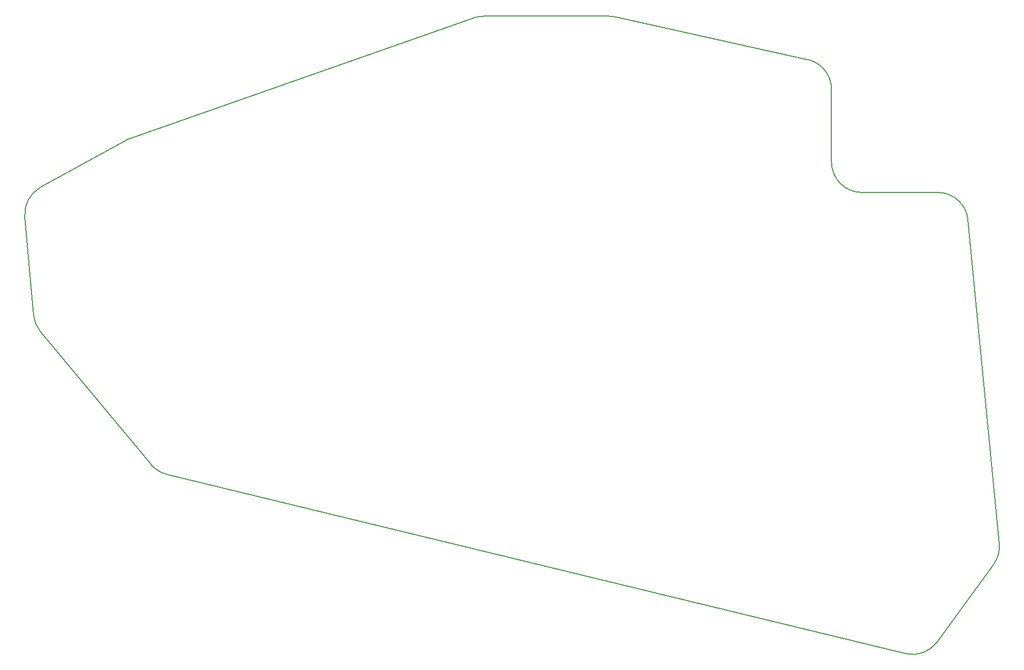
<source format=gbr>
%TF.GenerationSoftware,KiCad,Pcbnew,7.0.10*%
%TF.CreationDate,2024-02-18T22:51:37+03:00*%
%TF.ProjectId,jcuken_1,6a63756b-656e-45f3-912e-6b696361645f,0.1*%
%TF.SameCoordinates,Original*%
%TF.FileFunction,Profile,NP*%
%FSLAX46Y46*%
G04 Gerber Fmt 4.6, Leading zero omitted, Abs format (unit mm)*
G04 Created by KiCad (PCBNEW 7.0.10) date 2024-02-18 22:51:37*
%MOMM*%
%LPD*%
G01*
G04 APERTURE LIST*
%TA.AperFunction,Profile*%
%ADD10C,0.150000*%
%TD*%
G04 APERTURE END LIST*
D10*
X45382880Y-71253881D02*
X43971938Y-55126732D01*
X64658963Y-95867998D02*
G75*
G03*
X67325572Y-97533078I3847237J3193498D01*
G01*
X61319864Y-42212037D02*
X117689836Y-22421498D01*
X61319867Y-42212045D02*
G75*
G03*
X60554982Y-42555049I1656233J-4717655D01*
G01*
X198928833Y-55660449D02*
G75*
G03*
X193951805Y-51139194I-4977033J-478751D01*
G01*
X188634449Y-127011856D02*
X67325572Y-97533078D01*
X64658974Y-95867989D02*
X46516586Y-74011616D01*
X203120810Y-112346100D02*
G75*
G03*
X204052728Y-108928410I-4045110J2938900D01*
G01*
X203120786Y-112346082D02*
X193860203Y-125092179D01*
X46531727Y-50316269D02*
X60554982Y-42555049D01*
X181493929Y-51139194D02*
X193951805Y-51139194D01*
X176493952Y-34150052D02*
G75*
G03*
X172578581Y-29269118I-5000052J-48D01*
G01*
X176493929Y-34150052D02*
X176493929Y-46139194D01*
X141029721Y-22258254D02*
G75*
G03*
X139945068Y-22139194I-1084621J-4880846D01*
G01*
X46531726Y-50316266D02*
G75*
G03*
X43971938Y-55126732I2421184J-4374684D01*
G01*
X188634440Y-127011892D02*
G75*
G03*
X193860203Y-125092180I1180660J4858592D01*
G01*
X119346139Y-22139194D02*
X139945068Y-22139194D01*
X176493906Y-46139194D02*
G75*
G03*
X181493929Y-51139194I4999994J-6D01*
G01*
X141029720Y-22258259D02*
X172578581Y-29269117D01*
X45382889Y-71253880D02*
G75*
G03*
X46516586Y-74011616I4981011J435780D01*
G01*
X198928833Y-55660449D02*
X204052728Y-108928410D01*
X119346139Y-22139207D02*
G75*
G03*
X117689836Y-22421497I-39J-4999993D01*
G01*
M02*

</source>
